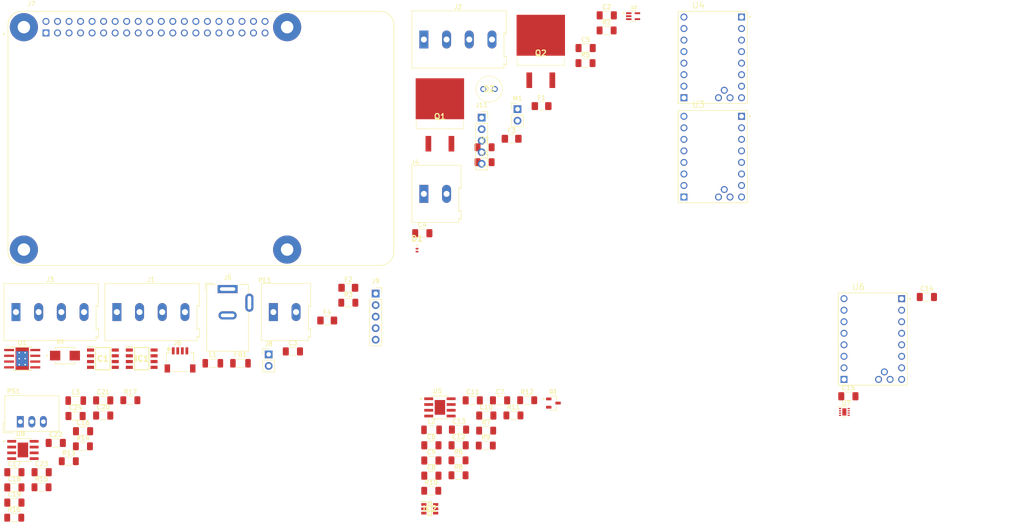
<source format=kicad_pcb>
(kicad_pcb (version 20211014) (generator pcbnew)
  (title_block (title "WaterQualityMonitor PI-HAT") (date "2022-09-13") (rev "1.0") (company "HAN") (comment 1 "Casper R. Tak"))
  (layers (0 "F.Cu" signal) (31 "B.Cu" signal) (34 "B.Paste" user) (35 "F.Paste" user) (36 "B.SilkS" user "B.Silkscreen") (37 "F.SilkS" user "F.Silkscreen") (38 "B.Mask" user) (39 "F.Mask" user) (44 "Edge.Cuts" user))
  (net 0 "")
  (net 1 "5V")
  (net 2 "GND")
  (net 3 "Net-(C2-Pad2)")
  (net 4 "Net-(C4-Pad1)")
  (net 5 "Net-(C5-Pad1)")
  (net 6 "12V+")
  (net 7 "Net-(C9-Pad1)")
  (net 8 "Net-(C9-Pad2)")
  (net 9 "Net-(C10-Pad1)")
  (net 10 "Net-(C10-Pad2)")
  (net 11 "Net-(C11-Pad2)")
  (net 12 "3.3V")
  (net 13 "Net-(C19-Pad1)")
  (net 14 "Net-(C19-Pad2)")
  (net 15 "Net-(C20-Pad1)")
  (net 16 "Net-(C20-Pad2)")
  (net 17 "Net-(F1-Pad2)")
  (net 18 "Net-(F3-Pad2)")
  (net 19 "12VIN")
  (net 20 "SDA")
  (net 21 "Net-(IC1-Pad2)")
  (net 22 "Net-(IC1-Pad5)")
  (net 23 "SCL")
  (net 24 "Net-(IC2-Pad1)")
  (net 25 "Net-(IC2-Pad4)")
  (net 26 "5VRPI")
  (net 27 "/FluidMotors/OA1MAIN")
  (net 28 "/FluidMotors/OA2MAIN")
  (net 29 "/FluidMotors/OB1MAIN")
  (net 30 "/FluidMotors/OB2MAIN")
  (net 31 "/FluidMotors/OA1SEC")
  (net 32 "/FluidMotors/OA2SEC")
  (net 33 "/FluidMotors/OB1SEC")
  (net 34 "/FluidMotors/OB2SEC")
  (net 35 "/FocusMotors/OA1FOCUS")
  (net 36 "/FocusMotors/OA2FOCUS")
  (net 37 "/FocusMotors/OB1FOCUS")
  (net 38 "/FocusMotors/OB2FOCUS")
  (net 39 "/FocusMotors/out1")
  (net 40 "/FocusMotors/out2")
  (net 43 "Net-(J7-Pad8)")
  (net 44 "Net-(J7-Pad10)")
  (net 45 "CTRLLED")
  (net 46 "Net-(J11-Pad1)")
  (net 47 "Net-(J11-Pad5)")
  (net 49 "Net-(J7-Pad19)")
  (net 50 "Net-(J7-Pad21)")
  (net 51 "Net-(J7-Pad23)")
  (net 52 "Net-(J11-Pad4)")
  (net 53 "Net-(J11-Pad3)")
  (net 54 "Net-(J11-Pad2)")
  (net 55 "Net-(J7-Pad24)")
  (net 56 "Net-(J7-Pad26)")
  (net 59 "DIRFOCUS")
  (net 60 "STEPFOCUS")
  (net 61 "PHADRV")
  (net 62 "STEPSEC")
  (net 63 "ENDRV")
  (net 64 "DIRSEC")
  (net 65 "DIRMAIN")
  (net 66 "STEPMAIN")
  (net 67 "Net-(D1-PadA)")
  (net 68 "Net-(M1-Pad1)")
  (net 69 "Net-(PE1-Pad1)")
  (net 70 "Net-(PE1-Pad2)")
  (net 71 "CTRLFAN")
  (net 72 "CTRLHEAT")
  (net 73 "Net-(Q2-Pad2)")
  (net 74 "Net-(R1-Pad2)")
  (net 75 "Net-(D2-PadK)")
  (net 76 "Net-(R6-Pad1)")
  (net 77 "Net-(R8-Pad2)")
  (net 78 "Net-(R10-Pad2)")
  (net 79 "Net-(R13-Pad1)")
  (net 80 "Net-(R14-Pad2)")
  (net 81 "Net-(R16-Pad2)")
  (net 82 "IN2")
  (net 83 "IN1")
  (net 88 "/FluidMotors/DIAGMAIN")
  (net 94 "/FluidMotors/DIAGSEC")
  (net 100 "/FocusMotors/DIAGFOCUS")
  (footprint "Footprints:TMC2208_SILENTSTEPSTICK" (layer "F.Cu") (at 204.46 47.22)
    (fp_text reference "U4" (at -3.155 -11.489) (layer "F.SilkS") (effects (font (size 1.4 1.4))))
    (fp_text value "TMC2208_SILENTSTEPSTICK")
    (pad "JP1_1" thru_hole rect (at 6.35 -8.89) (size 1.524 1.524) (drill 1.016) (layers *.Cu *.Mask) (net 64 "DIRSEC"))
    (pad "JP1_2" thru_hole circle (at 6.35 -6.35) (size 1.524 1.524) (drill 1.016) (layers *.Cu *.Mask) (net 62 "STEPSEC"))
    (pad "JP1_3" thru_hole circle (at 6.35 -3.81) (size 1.524 1.524) (drill 1.016) (layers *.Cu *.Mask))
    (pad "JP1_4" thru_hole circle (at 6.35 -1.27) (size 1.524 1.524) (drill 1.016) (layers *.Cu *.Mask))
    (pad "JP1_5" thru_hole circle (at 6.35 1.27) (size 1.524 1.524) (drill 1.016) (layers *.Cu *.Mask))
    (pad "JP1_6" thru_hole circle (at 6.35 3.81) (size 1.524 1.524) (drill 1.016) (layers *.Cu *.Mask))
    (pad "JP1_7" thru_hole circle (at 6.35 6.35) (size 1.524 1.524) (drill 1.016) (layers *.Cu *.Mask))
    (pad "JP1_8" thru_hole circle (at 6.35 8.89) (size 1.524 1.524) (drill 1.016) (layers *.Cu *.Mask) (net 2 "GND"))
    (pad "JP2_1" thru_hole rect (at -6.35 8.89) (size 1.524 1.524) (drill 1.016) (layers *.Cu *.Mask) (net 6 "12V+"))
    (pad "JP2_2" thru_hole circle (at -6.35 6.35) (size 1.524 1.524) (drill 1.016) (layers *.Cu *.Mask) (net 2 "GND"))
    (pad "JP2_3" thru_hole circle (at -6.35 3.81) (size 1.524 1.524) (drill 1.016) (layers *.Cu *.Mask) (net 32 "/FluidMotors/OA2SEC"))
    (pad "JP2_4" thru_hole circle (at -6.35 1.27) (size 1.524 1.524) (drill 1.016) (layers *.Cu *.Mask) (net 31 "/FluidMotors/OA1SEC"))
    (pad "JP2_5" thru_hole circle (at -6.35 -1.27) (size 1.524 1.524) (drill 1.016) (layers *.Cu *.Mask) (net 33 "/FluidMotors/OB1SEC"))
    (pad "JP2_6" thru_hole circle (at -6.35 -3.81) (size 1.524 1.524) (drill 1.016) (layers *.Cu *.Mask) (net 34 "/FluidMotors/OB2SEC"))
    (pad "JP2_7" thru_hole circle (at -6.35 -6.35) (size 1.524 1.524) (drill 1.016) (layers *.Cu *.Mask) (net 12 "3.3V"))
    (pad "JP2_8" thru_hole circle (at -6.35 -8.89) (size 1.524 1.524) (drill 1.016) (layers *.Cu *.Mask) (net 2 "GND"))
    (pad "JP3_1" thru_hole circle (at 1.27 8.89) (size 1.524 1.524) (drill 1.016) (layers *.Cu *.Mask) (net 94 "/FluidMotors/DIAGSEC"))
    (pad "JP3_2" thru_hole circle (at 3.81 8.89) (size 1.524 1.524) (drill 1.016) (layers *.Cu *.Mask))
    (pad "VREF" thru_hole circle (at 2.54 7.239) (size 1.524 1.524) (drill 1.016) (layers *.Cu *.Mask) (net 12 "3.3V"))
  )
  (footprint "Capacitor_SMD:C_1206_3216Metric_Pad1.33x1.80mm_HandSolder" (layer "F.Cu") (at 59.72 132.16)
    (fp_text reference "C22" (at 0 -1.85) (layer "F.SilkS"))
    (fp_text value "22u 10V")
    (pad "1" smd roundrect (at -1.5625 0) (size 1.325 1.8) (layers "F.Cu" "F.Paste" "F.Mask") (roundrect_rratio 0.1886792453) (net 2 "GND"))
    (pad "2" smd roundrect (at 1.5625 0) (size 1.325 1.8) (layers "F.Cu" "F.Paste" "F.Mask") (roundrect_rratio 0.1886792453) (net 1 "5V"))
  )
  (footprint "SmacSYs:IRL540SPBF" (layer "F.Cu") (at 166.579 37.835)
    (fp_text reference "Q2" (at 0 8.462) (layer "F.SilkS") (effects (font (size 1.27 1.27) (thickness 0.254))))
    (fp_text value "IRL540SPBF" hide)
    (pad "1" smd rect locked (at -2.54 14.415) (size 1.257 3.429) (layers "F.Cu" "F.Paste" "F.Mask") (net 72 "CTRLHEAT"))
    (pad "2" smd rect locked (at 0 4.509 90) (size 9.017 10.668) (layers "F.Cu" "F.Paste" "F.Mask") (net 73 "Net-(Q2-Pad2)"))
    (pad "3" smd rect locked (at 2.54 14.415) (size 1.257 3.429) (layers "F.Cu" "F.Paste" "F.Mask") (net 2 "GND"))
  )
  (footprint "Package_SO:Texas_HTSOP-8-1EP_3.9x4.9mm_P1.27mm_EP2.95x4.9mm_Mask2.4x3.1mm_ThermalVias" (layer "F.Cu") (at 52.32 113.6)
    (fp_text reference "U1" (at 0 -3.5) (layer "F.SilkS"))
    (fp_text value "DRV8870DDA")
    (pad "1" smd rect (at -2.875 -1.905) (size 2.2 0.5) (layers "F.Cu" "F.Paste" "F.Mask") (net 2 "GND"))
    (pad "2" smd rect (at -2.875 -0.635) (size 2.2 0.5) (layers "F.Cu" "F.Paste" "F.Mask") (net 82 "IN2"))
    (pad "3" smd rect (at -2.875 0.635) (size 2.2 0.5) (layers "F.Cu" "F.Paste" "F.Mask") (net 83 "IN1"))
    (pad "4" smd rect (at -2.875 1.905) (size 2.2 0.5) (layers "F.Cu" "F.Paste" "F.Mask") (net 12 "3.3V"))
    (pad "5" smd rect (at 2.875 1.905) (size 2.2 0.5) (layers "F.Cu" "F.Paste" "F.Mask") (net 3 "Net-(C2-Pad2)"))
    (pad "6" smd rect (at 2.875 0.635) (size 2.2 0.5) (layers "F.Cu" "F.Paste" "F.Mask") (net 70 "Net-(PE1-Pad2)"))
    (pad "7" smd rect (at 2.875 -0.635) (size 2.2 0.5) (layers "F.Cu" "F.Paste" "F.Mask") (net 74 "Net-(R1-Pad2)"))
    (pad "8" smd rect (at 2.875 -1.905) (size 2.2 0.5) (layers "F.Cu" "F.Paste" "F.Mask") (net 69 "Net-(PE1-Pad1)"))
    (pad "9" thru_hole circle (at -0.65 1.3) (size 0.63 0.63) (drill 0.33) (layers *.Cu *.Mask) (net 2 "GND"))
    (pad "9" thru_hole circle (at -0.65 -1.3) (size 0.63 0.63) (drill 0.33) (layers *.Cu *.Mask) (net 2 "GND"))
    (pad "9" thru_hole circle (at 0.65 0) (size 0.63 0.63) (drill 0.33) (layers *.Cu *.Mask) (net 2 "GND"))
    (pad "9" thru_hole circle (at -0.65 0) (size 0.63 0.63) (drill 0.33) (layers *.Cu *.Mask) (net 2 "GND"))
    (pad "9" smd rect (at 0 0) (size 2.6 3.3) (layers "B.Cu") (net 2 "GND"))
    (pad "9" thru_hole circle (at 0.65 -1.3) (size 0.63 0.63) (drill 0.33) (layers *.Cu *.Mask) (net 2 "GND"))
    (pad "9" smd rect (at 0 0) (size 2.95 4.9) (layers "F.Cu") (net 2 "GND"))
    (pad "9" thru_hole circle (at 0.65 1.3) (size 0.63 0.63) (drill 0.33) (layers *.Cu *.Mask) (net 2 "GND"))
  )
  (footprint "Capacitor_SMD:C_1206_3216Metric_Pad1.33x1.80mm_HandSolder" (layer "F.Cu") (at 64.08 126.23)
    (fp_text reference "C24" (at 0 -1.85) (layer "F.SilkS"))
    (fp_text value "100n")
    (pad "1" smd roundrect (at -1.5625 0) (size 1.325 1.8) (layers "F.Cu" "F.Paste" "F.Mask") (roundrect_rratio 0.1886792453) (net 1 "5V"))
    (pad "2" smd roundrect (at 1.5625 0) (size 1.325 1.8) (layers "F.Cu" "F.Paste" "F.Mask") (roundrect_rratio 0.1886792453) (net 2 "GND"))
  )
  (footprint "Resistor_SMD:R_1206_3216Metric_Pad1.30x1.75mm_HandSolder" (layer "F.Cu") (at 62.59 136.19)
    (fp_text reference "R13" (at 0 -1.82) (layer "F.SilkS"))
    (fp_text value "178k")
    (pad "1" smd roundrect (at -1.55 0) (size 1.3 1.75) (layers "F.Cu" "F.Paste" "F.Mask") (roundrect_rratio 0.1923076923) (net 79 "Net-(R13-Pad1)"))
    (pad "2" smd roundrect (at 1.55 0) (size 1.3 1.75) (layers "F.Cu" "F.Paste" "F.Mask") (roundrect_rratio 0.1923076923) (net 2 "GND"))
  )
  (footprint "TerminalBlock:TerminalBlock_Altech_AK300-4_P5.00mm" (layer "F.Cu") (at 50.95 103.33)
    (fp_text reference "J3" (at 7.5 -7.15) (layer "F.SilkS"))
    (fp_text value "Screw_Terminal_01x04")
    (pad "1" thru_hole rect (at 0 0) (size 1.98 3.96) (drill 1.32) (layers *.Cu *.Mask) (net 35 "/FocusMotors/OA1FOCUS"))
    (pad "2" thru_hole oval (at 5 0) (size 1.98 3.96) (drill 1.32) (layers *.Cu *.Mask) (net 36 "/FocusMotors/OA2FOCUS"))
    (pad "3" thru_hole oval (at 10 0) (size 1.98 3.96) (drill 1.32) (layers *.Cu *.Mask) (net 37 "/FocusMotors/OB1FOCUS"))
    (pad "4" thru_hole oval (at 15 0) (size 1.98 3.96) (drill 1.32) (layers *.Cu *.Mask) (net 38 "/FocusMotors/OB2FOCUS"))
  )
  (footprint "Capacitor_SMD:C_1206_3216Metric_Pad1.33x1.80mm_HandSolder" (layer "F.Cu") (at 251.64 100.01)
    (fp_text reference "C14" (at 0 -1.85) (layer "F.SilkS"))
    (fp_text value "0.1uF")
    (pad "1" smd roundrect (at -1.5625 0) (size 1.325 1.8) (layers "F.Cu" "F.Paste" "F.Mask") (roundrect_rratio 0.1886792453) (net 2 "GND"))
    (pad "2" smd roundrect (at 1.5625 0) (size 1.325 1.8) (layers "F.Cu" "F.Paste" "F.Mask") (roundrect_rratio 0.1886792453) (net 12 "3.3V"))
  )
  (footprint "Connector_PinSocket_2.54mm:PinSocket_1x05_P2.54mm_Vertical" (layer "F.Cu") (at 130.2 99.26)
    (fp_text reference "J9" (at 0 -2.77) (layer "F.SilkS"))
    (fp_text value "Conn_01x05_Male")
    (pad "1" thru_hole rect (at 0 0) (size 1.7 1.7) (drill 1) (layers *.Cu *.Mask) (net 56 "Net-(J7-Pad26)"))
    (pad "2" thru_hole oval (at 0 2.54) (size 1.7 1.7) (drill 1) (layers *.Cu *.Mask) (net 55 "Net-(J7-Pad24)"))
    (pad "3" thru_hole oval (at 0 5.08) (size 1.7 1.7) (drill 1) (layers *.Cu *.Mask) (net 49 "Net-(J7-Pad19)"))
    (pad "4" thru_hole oval (at 0 7.62) (size 1.7 1.7) (drill 1) (layers *.Cu *.Mask) (net 50 "Net-(J7-Pad21)"))
    (pad "5" thru_hole oval (at 0 10.16) (size 1.7 1.7) (drill 1) (layers *.Cu *.Mask) (net 51 "Net-(J7-Pad23)"))
  )
  (footprint "Snapeda:SOT91P240X110-3N_DMG2305UX-7" (layer "F.Cu") (at 169.355 123.38)
    (fp_text reference "Q3" (at -0.13 -2.548) (layer "F.SilkS") (effects (font (size 0.8 0.8))))
    (fp_text value "DMG2305UX-7")
    (pad "1" smd roundrect locked (at -1.025 -0.915) (size 1.18 0.61) (layers "F.Cu" "F.Paste" "F.Mask") (roundrect_rratio 0.08) (net 25 "Net-(IC2-Pad4)"))
    (pad "2" smd roundrect locked (at -1.025 0.915) (size 1.18 0.61) (layers "F.Cu" "F.Paste" "F.Mask") (roundrect_rratio 0.08) (net 26 "5VRPI"))
    (pad "3" smd roundrect locked (at 1.025 0) (size 1.18 0.61) (layers "F.Cu" "F.Paste" "F.Mask") (roundrect_rratio 0.08) (net 11 "Net-(C11-Pad2)"))
  )
  (footprint "Snapeda:SOIC127P599X175-9N" (layer "F.Cu") (at 144.355 124.33125)
    (fp_text reference "U5" (at -0.53 -3.587) (layer "F.SilkS"))
    (fp_text value "RT7272AGSP")
    (pad "1" smd roundrect locked (at -2.47 -1.905) (size 1.97 0.6) (layers "F.Cu" "F.Paste" "F.Mask") (roundrect_rratio 0.07) (net 10 "Net-(C10-Pad2)"))
    (pad "2" smd roundrect locked (at -2.47 -0.635) (size 1.97 0.6) (layers "F.Cu" "F.Paste" "F.Mask") (roundrect_rratio 0.07) (net 9 "Net-(C10-Pad1)"))
    (pad "3" smd roundrect locked (at -2.47 0.635) (size 1.97 0.6) (layers "F.Cu" "F.Paste" "F.Mask") (roundrect_rratio 0.07) (net 78 "Net-(R10-Pad2)"))
    (pad "4" smd roundrect locked (at -2.47 1.905) (size 1.97 0.6) (layers "F.Cu" "F.Paste" "F.Mask") (roundrect_rratio 0.07) (net 2 "GND"))
    (pad "5" smd roundrect locked (at 2.47 1.905) (size 1.97 0.6) (layers "F.Cu" "F.Paste" "F.Mask") (roundrect_rratio 0.07) (net 77 "Net-(R8-Pad2)"))
    (pad "6" smd roundrect locked (at 2.47 0.635) (size 1.97 0.6) (layers "F.Cu" "F.Paste" "F.Mask") (roundrect_rratio 0.07) (net 8 "Net-(C9-Pad2)"))
    (pad "7" smd roundrect locked (at 2.47 -0.635) (size 1.97 0.6) (layers "F.Cu" "F.Paste" "F.Mask") (roundrect_rratio 0.07) (net 76 "Net-(R6-Pad1)"))
    (pad "8" smd roundrect locked (at 2.47 -1.905) (size 1.97 0.6) (layers "F.Cu" "F.Paste" "F.Mask") (roundrect_rratio 0.07) (net 6 "12V+"))
    (pad "9" smd rect locked (at 0 0) (size 2.3 3.25) (layers "F.Cu" "F.Mask") (net 2 "GND"))
  )
  (footprint "Fuse:Fuse_1206_3216Metric_Pad1.42x1.75mm_HandSolder" (layer "F.Cu") (at 119.52 105.18)
    (fp_text reference "F4" (at 0 -1.82) (layer "F.SilkS"))
    (fp_text value "10A")
    (pad "1" smd roundrect (at -1.4875 0) (size 1.425 1.75) (layers "F.Cu" "F.Paste" "F.Mask") (roundrect_rratio 0.1754392982) (net 19 "12VIN"))
    (pad "2" smd roundrect (at 1.4875 0) (size 1.425 1.75) (layers "F.Cu" "F.Paste" "F.Mask") (roundrect_rratio 0.1754392982) (net 5 "Net-(C5-Pad1)"))
  )
  (footprint "Capacitor_SMD:C_1206_3216Metric_Pad1.33x1.80mm_HandSolder" (layer "F.Cu") (at 181.11 37.96)
    (fp_text reference "C2" (at 0 -1.85) (layer "F.SilkS"))
    (fp_text value "0.1uF")
    (pad "1" smd roundrect (at -1.5625 0) (size 1.325 1.8) (layers "F.Cu" "F.Paste" "F.Mask") (roundrect_rratio 0.1886792453) (net 2 "GND"))
    (pad "2" smd roundrect (at 1.5625 0) (size 1.325 1.8) (layers "F.Cu" "F.Paste" "F.Mask") (roundrect_rratio 0.1886792453) (net 3 "Net-(C2-Pad2)"))
  )
  (footprint "Inductor_SMD:L_1206_3216Metric_Pad1.22x1.90mm_HandSolder" (layer "F.Cu") (at 64.12 122.83)
    (fp_text reference "L3" (at 0 -1.9) (layer "F.SilkS"))
    (fp_text value "15u")
    (pad "1" smd roundrect (at -1.6625 0) (size 1.225 1.9) (layers "F.Cu" "F.Paste" "F.Mask") (roundrect_rratio 0.2040816327) (net 16 "Net-(C20-Pad2)"))
    (pad "2" smd roundrect (at 1.6625 0) (size 1.225 1.9) (layers "F.Cu" "F.Paste" "F.Mask") (roundrect_rratio 0.2040816327) (net 1 "5V"))
  )
  (footprint "Snapeda:SOT65P210X110-5N" (layer "F.Cu") (at 186.915 38.14)
    (fp_text reference "U2" (at 0.232 -1.9064) (layer "F.SilkS") (effects (font (size 0.64 0.64))))
    (fp_text value "TPS61169DCKR")
    (pad "1" smd roundrect locked (at -0.96 -0.65) (size 1.19 0.4) (layers "F.Cu" "F.Paste" "F.Mask") (roundrect_rratio 0.05) (net 67 "Net-(D1-PadA)"))
    (pad "2" smd roundrect locked (at -0.96 0) (size 1.19 0.4) (layers "F.Cu" "F.Paste" "F.Mask") (roundrect_rratio 0.05) (net 2 "GND"))
    (pad "3" smd roundrect locked (at -0.96 0.65) (size 1.19 0.4) (layers "F.Cu" "F.Paste" "F.Mask") (roundrect_rratio 0.05) (net 75 "Net-(D2-PadK)"))
    (pad "4" smd roundrect locked (at 0.96 0.65) (size 1.19 0.4) (layers "F.Cu" "F.Paste" "F.Mask") (roundrect_rratio 0.05) (net 45 "CTRLLED"))
    (pad "5" smd roundrect locked (at 0.96 -0.65) (size 1.19 0.4) (layers "F.Cu" "F.Paste" "F.Mask") (roundrect_rratio 0.05) (net 1 "5V"))
  )
  (footprint "Converter_DCDC:Converter_DCDC_TRACO_TSR-1_THT" (layer "F.Cu") (at 51.905 127.48)
    (fp_text reference "PS1" (at -1.5 -6.71) (layer "F.SilkS"))
    (fp_text value "TSR_2-2433")
    (pad "1" thru_hole rect (at 0 0) (size 1.5 2.5) (drill 1) (layers *.Cu *.Mask) (net 1 "5V"))
    (pad "2" thru_hole oval (at 2.54 0) (size 1.5 2.5) (drill 1) (layers *.Cu *.Mask) (net 2 "GND"))
    (pad "3" thru_hole oval (at 5.08 0) (size 1.5 2.5) (drill 1) (layers *.Cu *.Mask) (net 12 "3.3V"))
  )
  (footprint "Fuse:Fuse_1206_3216Metric_Pad1.42x1.75mm_HandSolder" (layer "F.Cu") (at 166.75 57.95)
    (fp_text reference "F1" (at 0 -1.82) (layer "F.SilkS"))
    (fp_text value "0.5A")
    (pad "1" smd roundrect (at -1.4875 0) (size 1.425 1.75) (layers "F.Cu" "F.Paste" "F.Mask") (roundrect_rratio 0.1754392982) (net 6 "12V+"))
    (pad "2" smd roundrect (at 1.4875 0) (size 1.425 1.75) (layers "F.Cu" "F.Paste" "F.Mask") (roundrect_rratio 0.1754392982) (net 17 "Net-(F1-Pad2)"))
  )
  (footprint "Resistor_SMD:R_1206_3216Metric_Pad1.30x1.75mm_HandSolder" (layer "F.Cu") (at 154.54 129.45)
    (fp_text reference "R7" (at 0 -1.82) (layer "F.SilkS"))
    (fp_text value "24k")
    (pad "1" smd roundrect (at -1.55 0) (size 1.3 1.75) (layers "F.Cu" "F.Paste" "F.Mask") (roundrect_rratio 0.1923076923) (net 7 "Net-(C9-Pad1)"))
    (pad "2" smd roundrect (at 1.55 0) (size 1.3 1.75) (layers "F.Cu" "F.Paste" "F.Mask") (roundrect_rratio 0.1923076923) (net 2 "GND"))
  )
  (footprint "Connector_PinSocket_2.54mm:PinSocket_1x05_P2.54mm_Vertical" (layer "F.Cu") (at 153.55 60.5)
    (fp_text reference "J11" (at 0 -2.77) (layer "F.SilkS"))
    (fp_text value "Conn_01x05_Male")
    (pad "1" thru_hole rect (at 0 0) (size 1.7 1.7) (drill 1) (layers *.Cu *.Mask) (net 46 "Net-(J11-Pad1)"))
    (pad "2" thru_hole oval (at 0 2.54) (size 1.7 1.7) (drill 1) (layers *.Cu *.Mask) (net 54 "Net-(J11-Pad2)"))
    (pad "3" thru_hole oval (at 0 5.08) (size 1.7 1.7) (drill 1) (layers *.Cu *.Mask) (net 53 "Net-(J11-Pad3)"))
    (pad "4" thru_hole oval (at 0 7.62) (size 1.7 1.7) (drill 1) (layers *.Cu *.Mask) (net 52 "Net-(J11-Pad4)"))
    (pad "5" thru_hole oval (at 0 10.16) (size 1.7 1.7) (drill 1) (layers *.Cu *.Mask) (net 47 "Net-(J11-Pad5)"))
  )
  (footprint "Resistor_SMD:R_1206_3216Metric_Pad1.30x1.75mm_HandSolder" (layer "F.Cu") (at 50.57 148.63)
    (fp_text reference "R16" (at 0 -1.82) (layer "F.SilkS"))
    (fp_text value "10k")
    (pad "1" smd roundrect (at -1.55 0) (size 1.3 1.75) (layers "F.Cu" "F.Paste" "F.Mask") (roundrect_rratio 0.1923076923) (net 1 "5V"))
    (pad "2" smd roundrect (at 1.55 0) (size 1.3 1.75) (layers "F.Cu" "F.Paste" "F.Mask") (roundrect_rratio 0.1923076923) (net 81 "Net-(R16-Pad2)"))
  )
  (footprint "Capacitor_SMD:C_1206_3216Metric_Pad1.33x1.80mm_HandSolder" (layer "F.Cu") (at 142.47 136.03)
    (fp_text reference "C9" (at 0 -1.85) (layer "F.SilkS"))
    (fp_text value "2.7n")
    (pad "1" smd roundrect (at -1.5625 0) (size 1.325 1.8) (layers "F.Cu" "F.Paste" "F.Mask") (roundrect_rratio 0.1886792453) (net 7 "Net-(C9-Pad1)"))
    (pad "2" smd roundrect (at 1.5625 0) (size 1.325 1.8) (layers "F.Cu" "F.Paste" "F.Mask") (roundrect_rratio 0.1886792453) (net 8 "Net-(C9-Pad2)"))
  )
  (footprint "Resistor_SMD:R_1206_3216Metric_Pad1.30x1.75mm_HandSolder" (layer "F.Cu") (at 176.43 48.48)
    (fp_text reference "R5" (at 0 -1.82) (layer "F.SilkS"))
    (fp_text value "10K")
    (pad "1" smd roundrect (at -1.55 0) (size 1.3 1.75) (layers "F.Cu" "F.Paste" "F.Mask") (roundrect_rratio 0.1923076923) (net 23 "SCL"))
    (pad "2" smd roundrect (at 1.55 0) (size 1.3 1.75) (layers "F.Cu" "F.Paste" "F.Mask") (roundrect_rratio 0.1923076923) (net 12 "3.3V"))
  )
  (footprint "Capacitor_SMD:C_1206_3216Metric_Pad1.33x1.80mm_HandSolder" (layer "F.Cu") (at 140.47 85.96)
    (fp_text reference "C4" (at 0 -1.85) (layer "F.SilkS"))
    (fp_text value "4.7uF")
    (pad "1" smd roundrect (at -1.5625 0) (size 1.325 1.8) (layers "F.Cu" "F.Paste" "F.Mask") (roundrect_rratio 0.1886792453) (net 4 "Net-(C4-Pad1)"))
    (pad "2" smd roundrect (at 1.5625 0) (size 1.325 1.8) (layers "F.Cu" "F.Paste" "F.Mask") (roundrect_rratio 0.1886792453) (net 2 "GND"))
  )
  (footprint "Capacitor_SMD:C_1206_3216Metric_Pad1.33x1.80mm_HandSolder" (layer "F.Cu") (at 70.17 122.78)
    (fp_text reference "C21" (at 0 -1.85) (layer "F.SilkS"))
    (fp_text value "22u 10V")
    (pad "1" smd roundrect (at -1.5625 0) (size 1.325 1.8) (layers "F.Cu" "F.Paste" "F.Mask") (roundrect_rratio 0.1886792453) (net 2 "GND"))
    (pad "2" smd roundrect (at 1.5625 0) (size 1.325 1.8) (layers "F.Cu" "F.Paste" "F.Mask") (roundrect_rratio 0.1886792453) (net 1 "5V"))
  )
  (footprint "Resistor_SMD:R_1206_3216Metric_Pad1.30x1.75mm_HandSolder" (layer "F.Cu") (at 124.17 101.27)
    (fp_text reference "R3" (at 0 -1.82) (layer "F.SilkS"))
    (fp_text value "1.20KOHM-0603-1_10W-1%")
    (pad "1" smd roundrect (at -1.55 0) (size 1.3 1.75) (layers "F.Cu" "F.Paste" "F.Mask") (roundrect_rratio 0.1923076923) (net 73 "Net-(Q2-Pad2)"))
    (pad "2" smd roundrect (at 1.55 0) (size 1.3 1.75) (layers "F.Cu" "F.Paste" "F.Mask") (roundrect_rratio 0.1923076923) (net 18 "Net-(F3-Pad2)"))
  )
  (footprint "Snapeda:MODULE_RASPBERRY_PI_3_MODEL_B+" (layer "F.Cu") (at 91.695 65.06)
    (fp_text reference "J7" (at -37.325 -29.635) (layer "F.SilkS"))
    (fp_text value "RASPBERRYPI-40-PIN-GPIO")
    (pad "1" thru_hole rect locked (at -34.13 -23.23) (size 1.524 1.524) (drill 1.016) (layers *.Cu *.Mask))
    (pad "2" thru_hole circle locked (at -34.13 -25.77) (size 1.524 1.524) (drill 1.016) (layers *.Cu *.Mask) (net 26 "5VRPI"))
    (pad "3" thru_hole circle locked (at -31.59 -23.23) (size 1.524 1.524) (drill 1.016) (layers *.Cu *.Mask) (net 20 "SDA"))
    (pad "4" thru_hole circle locked (at -31.59 -25.77) (size 1.524 1.524) (drill 1.016) (layers *.Cu *.Mask) (net 26 "5VRPI"))
    (pad "5" thru_hole circle locked (at -29.05 -23.23) (size 1.524 1.524) (drill 1.016) (layers *.Cu *.Mask) (net 23 "SCL"))
    (pad "6" thru_hole circle locked (at -29.05 -25.77) (size 1.524 1.524) (drill 1.016) (layers *.Cu *.Mask) (net 2 "GND"))
    (pad "7" thru_hole circle locked (at -26.51 -23.23) (size 1.524 1.524) (drill 1.016) (layers *.Cu *.Mask))
    (pad "8" thru_hole circle locked (at -26.51 -25.77) (size 1.524 1.524) (drill 1.016) (layers *.Cu *.Mask) (net 43 "Net-(J7-Pad8)"))
    (pad "9" thru_hole circle locked (at -23.97 -23.23) (size 1.524 1.524) (drill 1.016) (layers *.Cu *.Mask) (net 2 "GND"))
    (pad "10" thru_hole circle locked (at -23.97 -25.77) (size 1.524 1.524) (drill 1.016) (layers *.Cu *.Mask) (net 44 "Net-(J7-Pad10)"))
    (pad "11" thru_hole circle locked (at -21.43 -23.23) (size 1.524 1.524) (drill 1.016) (layers *.Cu *.Mask) (net 71 "CTRLFAN"))
    (pad "12" thru_hole circle locked (at -21.43 -25.77) (size 1.524 1.524) (drill 1.016) (layers *.Cu *.Mask) (net 45 "CTRLLED"))
    (pad "13" thru_hole circle locked (at -18.89 -23.23) (size 1.524 1.524) (drill 1.016) (layers *.Cu *.Mask) (net 46 "Net-(J11-Pad1)"))
    (pad "14" thru_hole circle locked (at -18.89 -25.77) (size 1.524 1.524) (drill 1.016) (layers *.Cu *.Mask) (net 2 "GND"))
    (pad "15" thru_hole circle locked (at -16.35 -23.23) (size 1.524 1.524) (drill 1.016) (layers *.Cu *.Mask) (net 47 "Net-(J11-Pad5)"))
    (pad "16" thru_hole circle locked (at -16.35 -25.77) (size 1.524 1.524) (drill 1.016) (layers *.Cu *.Mask) (net 52 "Net-(J11-Pad4)"))
    (pad "17" thru_hole circle locked (at -13.81 -23.23) (size 1.524 1.524) (drill 1.016) (layers *.Cu *.Mask))
    (pad "18" thru_hole circle locked (at -13.81 -25.77) (size 1.524 1.524) (drill 1.016) (layers *.Cu *.Mask) (net 53 "Net-(J11-Pad3)"))
    (pad "19" thru_hole circle locked (at -11.27 -23.23) (size 1.524 1.524) (drill 1.016) (layers *.Cu *.Mask) (net 49 "Net-(J7-Pad19)"))
    (pad "20" thru_hole circle locked (at -11.27 -25.77) (size 1.524 1.524) (drill 1.016) (layers *.Cu *.Mask) (net 2 "GND"))
    (pad "21" thru_hole circle locked (at -8.73 -23.23) (size 1.524 1.524) (drill 1.016) (layers *.Cu *.Mask) (net 50 "Net-(J7-Pad21)"))
    (pad "22" thru_hole circle locked (at -8.73 -25.77) (size 1.524 1.524) (drill 1.016) (layers *.Cu *.Mask) (net 54 "Net-(J11-Pad2)"))
    (pad "23" thru_hole circle locked (at -6.19 -23.23) (size 1.524 1.524) (drill 1.016) (layers *.Cu *.Mask) (net 51 "Net-(J7-Pad23)"))
    (pad "24" thru_hole circle locked (at -6.19 -25.77) (size 1.524 1.524) (drill 1.016) (layers *.Cu *.Mask) (net 55 "Net-(J7-Pad24)"))
    (pad "25" thru_hole circle locked (at -3.65 -23.23) (size 1.524 1.524) (drill 1.016) (layers *.Cu *.Mask) (net 2 "GND"))
    (pad "26" thru_hole circle locked (at -3.65 -25.77) (size 1.524 1.524) (drill 1.016) (layers *.Cu *.Mask) (net 56 "Net-(J7-Pad26)"))
    (pad "27" thru_hole circle locked (at -1.11 -23.23) (size 1.524 1.524) (drill 1.016) (layers *.Cu *.Mask))
    (pad "28" thru_hole circle locked (at -1.11 -25.77) (size 1.524 1.524) (drill 1.016) (layers *.Cu *.Mask))
    (pad "29" thru_hole circle locked (at 1.43 -23.23) (size 1.524 1.524) (drill 1.016) (layers *.Cu *.Mask) (net 59 "DIRFOCUS"))
    (pad "30" thru_hole circle locked (at 1.43 -25.77) (size 1.524 1.524) (drill 1.016) (layers *.Cu *.Mask) (net 2 "GND"))
    (pad "31" thru_hole circle locked (at 3.97 -23.23) (size 1.524 1.524) (drill 1.016) (layers *.Cu *.Mask) (net 60 "STEPFOCUS"))
    (pad "32" thru_hole circle locked (at 3.97 -25.77) (size 1.524 1.524) (drill 1.016) (layers *.Cu *.Mask) (net 63 "ENDRV"))
    (pad "33" thru_hole circle locked (at 6.51 -23.23) (size 1.524 1.524) (drill 1.016) (layers *.Cu *.Mask) (net 61 "PHADRV"))
    (pad "34" thru_hole circle locked (at 6.51 -25.77) (size 1.524 1.524) (drill 1.016) (layers *.Cu *.Mask) (net 2 "GND"))
    (pad "35" thru_hole circle locked (at 9.05 -23.23) (size 1.524 1.524) (drill 1.016) (layers *.Cu *.Mask) (net 62 "STEPSEC"))
    (pad "36" thru_hole circle locked (at 9.05 -25.77) (size 1.524 1.524) (drill 1.016) (layers *.Cu *.Mask) (net 64 "DIRSEC"))
    (pad "37" thru_hole circle locked (at 11.59 -23.23) (size 1.524 1.524) (drill 1.016) (layers *.Cu *.Mask) (net 72 "CTRLHEAT"))
    (pad "38" thru_hole circle locked (at 11.59 -25.77) (size 1.524 1.524) (drill 1.016) (layers *.Cu *.Mask) (net 65 "DIRMAIN"))
    (pad "39" thru_hole circle locked (at 14.13 -23.23) (size 1.524 1.524) (drill 1.016) (layers *.Cu *.Mask) (net 2 "GND"))
    (pad "40" thru_hole circle locked (at 14.13 -25.77) (size 1.524 1.524) (drill 1.016) (layers *.Cu *.Mask) (net 66 "STEPMAIN"))
    (pad "S1" thru_hole circle locked (at -39 -24.5) (size 6.2 6.2) (drill 2.75) (layers *.Cu *.Mask))
    (pad "S2" thru_hole circle locked (at 19 -24.5) (size 6.2 6.2) (drill 2.75) (layers *.Cu *.Mask))
    (pad "S3" thru_hole circle locked (at 19 24.5) (size 6.2 6.2) (drill 2.75) (layers *.Cu *.Mask))
    (pad "S4" thru_hole circle locked (at -39 24.5) (size 6.2 6.2) (drill 2.75) (layers *.Cu *.Mask))
  )
  (footprint "Connector_PinHeader_2.54mm:PinHeader_1x02_P2.54mm_Vertical" (layer "F.Cu") (at 161.45 58.63)
    (fp_text reference "M1" (at 0 -2.33) (layer "F.SilkS"))
    (fp_text value "Fan")
    (pad "1" thru_hole rect (at 0 0) (size 1.7 1.7) (drill 1) (layers *.Cu *.Mask) (net 68 "Net-(M1-Pad1)"))
    (pad "2" thru_hole oval (at 0 2.54) (size 1.7 1.7) (drill 1) (layers *.Cu *.Mask) (net 17 "Net-(F1-Pad2)"))
  )
  (footprint "Resistor_SMD:R_1206_3216Metric_Pad1.30x1.75mm_HandSolder" (layer "F.Cu") (at 154.46 132.74)
    (fp_text reference "R9" (at 0 -1.82) (layer "F.SilkS"))
    (fp_text value "1k87")
    (pad "1" smd roundrect (at -1.55 0) (size 1.3 1.75) (layers "F.Cu" "F.Paste" "F.Mask") (roundrect_rratio 0.1923076923) (net 77 "Net-(R8-Pad2)"))
    (pad "2" smd roundrect (at 1.55 0) (size 1.3 1.75) (layers "F.Cu" "F.Paste" "F.Mask") (roundrect_rratio 0.1923076923) (net 2 "GND"))
  )
  (footprint "SmacSYs:SOIC127P600X175-8N" (layer "F.Cu") (at 78.65 113.6)
    (fp_text reference "IC1" (at 0 0) (layer "F.SilkS") (effects (font (size 1.27 1.27) (thickness 0.254))))
    (fp_text value "P82B96TD,118" hide)
    (pad "1" smd rect locked (at -2.725 -1.905 90) (size 0.7 1.55) (layers "F.Cu" "F.Paste" "F.Mask") (net 20 "SDA"))
    (pad "2" smd rect locked (at -2.725 -0.635 90) (size 0.7 1.55) (layers "F.Cu" "F.Paste" "F.Mask") (net 21 "Net-(IC1-Pad2)"))
    (pad "3" smd rect locked (at -2.725 0.635 90) (size 0.7 1.55) (layers "F.Cu" "F.Paste" "F.Mask") (net 21 "Net-(IC1-Pad2)"))
    (pad "4" smd rect locked (at -2.725 1.905 90) (size 0.7 1.55) (layers "F.Cu" "F.Paste" "F.Mask") (net 2 "GND"))
    (pad "5" smd rect locked (at 2.725 1.905 90) (size 0.7 1.55) (layers "F.Cu" "F.Paste" "F.Mask") (net 22 "Net-(IC1-Pad5)"))
    (pad "6" smd rect locked (at 2.725 0.635 90) (size 0.7 1.55) (layers "F.Cu" "F.Paste" "F.Mask") (net 22 "Net-(IC1-Pad5)"))
    (pad "7" smd rect locked (at 2.725 -0.635 90) (size 0.7 1.55) (layers "F.Cu" "F.Paste" "F.Mask") (net 23 "SCL"))
    (pad "8" smd rect locked (at 2.725 -1.905 90) (size 0.7 1.55) (layers "F.Cu" "F.Paste" "F.Mask") (net 12 "3.3V"))
  )
  (footprint "Capacitor_SMD:C_1206_3216Metric_Pad1.33x1.80mm_HandSolder" (layer "F.Cu") (at 111.96 112)
    (fp_text reference "C3" (at 0 -1.85) (layer "F.SilkS"))
    (fp_text value "47uF")
    (pad "1" smd roundrect (at -1.5625 0) (size 1.325 1.8) (layers "F.Cu" "F.Paste" "F.Mask") (roundrect_rratio 0.1886792453) (net 2 "GND"))
    (pad "2" smd roundrect (at 1.5625 0) (size 1.325 1.8) (layers "F.Cu" "F.Paste" "F.Mask") (roundrect_rratio 0.1886792453) (net 3 "Net-(C2-Pad2)"))
  )
  (footprint "TerminalBlock:TerminalBlock_Altech_AK300-2_P5.00mm" (layer "F.Cu") (at 107.66 103.33)
    (fp_text reference "PE1" (at -1.92 -6.99) (layer "F.SilkS"))
    (fp_text value "PeltierElement")
    (pad "1" thru_hole rect (at 0 0) (size 1.98 3.96) (drill 1.32) (layers *.Cu *.Mask) (net 69 "Net-(PE1-Pad1)"))
    (pad "2" thru_hole oval (at 5 0) (size 1.98 3.96) (drill 1.32) (layers *.Cu *.Mask) (net 70 "Net-(PE1-Pad2)"))
  )
  (footprint "Connector_BarrelJack:BarrelJack_Wuerth_6941xx301002" (layer "F.Cu") (at 97.58 98.26)
    (fp_text reference "J5" (at 0 -2.5) (layer "F.SilkS"))
    (fp_text value "Jack-DC 12V+")
    (pad "1" thru_hole rect (at 0 0) (size 4.4 1.8) (drill oval 3.4 0.8) (layers *.Cu *.Mask) (net 19 "12VIN"))
    (pad "2" thru_hole oval (at 0 5.8) (size 4 1.8) (drill oval 3 0.8) (layers *.Cu *.Mask) (net 2 "GND"))
    (pad "3" thru_hole oval (at 4.8 3 90) (size 4 1.8) (drill oval 3 0.8) (layers *.Cu *.Mask))
  )
  (footprint "Resistor_SMD:R_1206_3216Metric_Pad1.30x1.75mm_HandSolder" (layer "F.Cu") (at 56.58 141.93)
    (fp_text reference "R15" (at 0 -1.82) (layer "F.SilkS"))
    (fp_text value "24k")
    (pad "1" smd roundrect (at -1.55 0) (size 1.3 1.75) (layers "F.Cu" "F.Paste" "F.Mask") (roundrect_rratio 0.1923076923) (net 13 "Net-(C19-Pad1)"))
    (pad "2" smd roundrect (at 1.55 0) (size 1.3 1.75) (layers "F.Cu" "F.Paste" "F.Mask") (roundrect_rratio 0.1923076923) (net 2 "GND"))
  )
  (footprint "Capacitor_SMD:C_1206_3216Metric_Pad1.33x1.80mm_HandSolder" (layer "F.Cu") (at 50.6 145.31)
    (fp_text reference "C19" (at 0 -1.85) (layer "F.SilkS"))
    (fp_text value "2.7n")
    (pad "1" smd roundrect (at -1.5625 0) (size 1.325 1.8) (layers "F.Cu" "F.Paste" "F.Mask") (roundrect_rratio 0.1886792453) (net 13 "Net-(C19-Pad1)"))
    (pad "2" smd roundrect (at 1.5625 0) (size 1.325 1.8) (layers "F.Cu" "F.Paste" "F.Mask") (roundrect_rratio 0.1886792453) (net 14 "Net-(C19-Pad2)"))
  )
  (footprint "Footprints:TMC2208_SILENTSTEPSTICK" (layer "F.Cu") (at 239.73 109.27)
    (fp_text reference "U6" (at -3.155 -11.489) (layer "F.SilkS") (effects (font (size 1.4 1.4))))
    (fp_text value "TMC2208_SILENTSTEPSTICK")
    (pad "JP1_1" thru_hole rect (at 6.35 -8.89) (size 1.524 1.524) (drill 1.016) (layers *.Cu *.Mask) (net 59 "DIRFOCUS"))
    (pad "JP1_2" thru_hole circle (at 6.35 -6.35) (size 1.524 1.524) (drill 1.016) (layers *.Cu *.Mask) (net 60 "STEPFOCUS"))
    (pad "JP1_3" thru_hole circle (at 6.35 -3.81) (size 1.524 1.524) (drill 1.016) (layers *.Cu *.Mask))
    (pad "JP1_4" thru_hole circle (at 6.35 -1.27) (size 1.524 1.524) (drill 1.016) (layers *.Cu *.Mask))
    (pad "JP1_5" thru_hole circle (at 6.35 1.27) (size 1.524 1.524) (drill 1.016) (layers *.Cu *.Mask))
    (pad "JP1_6" thru_hole circle (at 6.35 3.81) (size 1.524 1.524) (drill 1.016) (layers *.Cu *.Mask))
    (pad "JP1_7" thru_hole circle (at 6.35 6.35) (size 1.524 1.524) (drill 1.016) (layers *.Cu *.Mask))
    (pad "JP1_8" thru_hole circle (at 6.35 8.89) (size 1.524 1.524) (drill 1.016) (layers *.Cu *.Mask) (net 2 "GND"))
    (pad "JP2_1" thru_hole rect (at -6.35 8.89) (size 1.524 1.524) (drill 1.016) (layers *.Cu *.Mask) (net 6 "12V+"))
    (pad "JP2_2" thru_hole circle (at -6.35 6.35) (size 1.524 1.524) (drill 1.016) (layers *.Cu *.Mask) (net 2 "GND"))
    (pad "JP2_3" thru_hole circle (at -6.35 3.81) (size 1.524 1.524) (drill 1.016) (layers *.Cu *.Mask) (net 36 "/FocusMotors/OA2FOCUS"))
    (pad "JP2_4" thru_hole circle (at -6.35 1.27) (size 1.524 1.524) (drill 1.016) (layers *.Cu *.Mask) (net 35 "/FocusMotors/OA1FOCUS"))
    (pad "JP2_5" thru_hole circle (at -6.35 -1.27) (size 1.524 1.524) (drill 1.016) (layers *.Cu *.Mask) (net 37 "/FocusMotors/OB1FOCUS"))
    (pad "JP2_6" thru_hole circle (at -6.35 -3.81) (size 1.524 1.524) (drill 1.016) (layers *.Cu *.Mask) (net 38 "/FocusMotors/OB2FOCUS"))
    (pad "JP2_7" thru_hole circle (at -6.35 -6.35) (size 1.524 1.524) (drill 1.016) (layers *.Cu *.Mask) (net 12 "3.3V"))
    (pad "JP2_8" thru_hole circle (at -6.35 -8.89) (size 1.524 1.524) (drill 1.016) (layers *.Cu *.Mask) (net 2 "GND"))
    (pad "JP3_1" thru_hole circle (at 1.27 8.89) (size 1.524 1.524) (drill 1.016) (layers *.Cu *.Mask) (net 100 "/FocusMotors/DIAGFOCUS"))
    (pad "JP3_2" thru_hole circle (at 3.81 8.89) (size 1.524 1.524) (drill 1.016) (layers *.Cu *.Mask))
    (pad "VREF" thru_hole circle (at 2.54 7.239) (size 1.524 1.524) (drill 1.016) (layers *.Cu *.Mask) (net 12 "3.3V"))
  )
  (footprint "SmacSYs:SOIC127P600X175-8N" (layer "F.Cu") (at 70.1 113.6)
    (fp_text reference "C1" (at 0 0) (layer "F.SilkS") (effects (font (size 1.27 1.27) (thickness 0.254))))
    (fp_text value "10uF" hide)
    (pad "1" smd rect locked (at -2.725 -1.905 90) (size 0.7 1.55) (layers "F.Cu" "F.Paste" "F.Mask") (net 1 "5V"))
    (pad "2" smd rect locked (at -2.725 -0.635 90) (size 0.7 1.55) (layers "F.Cu" "F.Paste" "F.Mask") (net 2 "GND"))
    (pad "3" smd rect locked (at -2.725 0.635 90) (size 0.7 1.55) (layers "F.Cu" "F.Paste" "F.Mask"))
    (pad "4" smd rect locked (at -2.725 1.905 90) (size 0.7 1.55) (layers "F.Cu" "F.Paste" "F.Mask"))
    (pad "5" smd rect locked (at 2.725 1.905 90) (size 0.7 1.55) (layers "F.Cu" "F.Paste" "F.Mask"))
    (pad "6" smd rect locked (at 2.725 0.635 90) (size 0.7 1.55) (layers "F.Cu" "F.Paste" "F.Mask"))
    (pad "7" smd rect locked (at 2.725 -0.635 90) (size 0.7 1.55) (layers "F.Cu" "F.Paste" "F.Mask"))
    (pad "8" smd rect locked (at 2.725 -1.905 90) (size 0.7 1.55) (layers "F.Cu" "F.Paste" "F.Mask"))
  )
  (footprint "Fuse:Fuse_1206_3216Metric_Pad1.42x1.75mm_HandSolder" (layer "F.Cu") (at 124.17 97.98)
    (fp_text reference "F2" (at 0 -1.82) (layer "F.SilkS"))
    (fp_text value "4A")
    (pad "1" smd roundrect (at -1.4875 0) (size 1.425 1.75) (layers "F.Cu" "F.Paste" "F.Mask") (roundrect_rratio 0.1754392982) (net 6 "12V+"))
    (pad "2" smd roundrect (at 1.4875 0) (size 1.425 1.75) (layers "F.Cu" "F.Paste" "F.Mask") (roundrect_rratio 0.1754392982) (net 3 "Net-(C2-Pad2)"))
  )
  (footprint "Capacitor_SMD:C_1206_3216Metric_Pad1.33x1.80mm_HandSolder" (layer "F.Cu") (at 157.6 122.78)
    (fp_text reference "C7" (at 0 -1.85) (layer "F.SilkS"))
    (fp_text value "10u")
    (pad "1" smd roundrect (at -1.5625 0) (size 1.325 1.8) (layers "F.Cu" "F.Paste" "F.Mask") (roundrect_rratio 0.1886792453) (net 6 "12V+"))
    (pad "2" smd roundrect (at 1.5625 0) (size 1.325 1.8) (layers "F.Cu" "F.Paste" "F.Mask") (roundrect_rratio 0.1886792453) (net 2 "GND"))
  )
  (footprint "Resistor_SMD:R_1206_3216Metric_Pad1.30x1.75mm_HandSolder" (layer "F.Cu") (at 154.2 67.02)
    (fp_text reference "R1" (at 0 -1.82) (layer "F.SilkS"))
    (fp_text value "0.2")
    (pad "1" smd roundrect (at -1.55 0) (size 1.3 1.75) (layers "F.Cu" "F.Paste" "F.Mask") (roundrect_rratio 0.1923076923) (net 2 "GND"))
    (pad "2" smd roundrect (at 1.55 0) (size 1.3 1.75) (layers "F.Cu" "F.Paste" "F.Mask") (roundrect_rratio 0.1923076923) (net 74 "Net-(R1-Pad2)"))
  )
  (footprint "Capacitor_SMD:C_1206_3216Metric_Pad1.33x1.80mm_HandSolder" (layer "F.Cu") (at 234.34 121.88)
    (fp_text reference "C15" (at 0 -1.85) (layer "F.SilkS"))
    (fp_text value "0.1uF")
    (pad "1" smd roundrect (at -1.5625 0) (size 1.325 1.8) (layers "F.Cu" "F.Paste" "F.Mask") (roundrect_rratio 0.1886792453) (net 2 "GND"))
    (pad "2" smd roundrect (at 1.5625 0) (size 1.325 1.8) (layers "F.Cu" "F.Paste" "F.Mask") (roundrect_rratio 0.1886792453) (net 6 "12V+"))
  )
  (footprint "Resistor_SMD:R_1206_3216Metric_Pad1.30x1.75mm_HandSolder" (layer "F.Cu") (at 148.45 139.29)
    (fp_text reference "R8" (at 0 -1.82) (layer "F.SilkS"))
    (fp_text value "10k")
    (pad "1" smd roundrect (at -1.55 0) (size 1.3 1.75) (layers "F.Cu" "F.Paste" "F.Mask") (roundrect_rratio 0.1923076923) (net 11 "Net-(C11-Pad2)"))
    (pad "2" smd roundrect (at 1.55 0) (size 1.3 1.75) (layers "F.Cu" "F.Paste" "F.Mask") (roundrect_rratio 0.1923076923) (net 77 "Net-(R8-Pad2)"))
  )
  (footprint "Resistor_SMD:R_1206_3216Metric_Pad1.30x1.75mm_HandSolder" (layer "F.Cu") (at 160.55 126.1)
    (fp_text reference "R11" (at 0 -1.82) (layer "F.SilkS"))
    (fp_text value "10k")
    (pad "1" smd roundrect (at -1.55 0) (size 1.3 1.75) (layers "F.Cu" "F.Paste" "F.Mask") (roundrect_rratio 0.1923076923) (net 24 "Net-(IC2-Pad1)"))
    (pad "2" smd roundrect (at 1.55 0) (size 1.3 1.75) (layers "F.Cu" "F.Paste" "F.Mask") (roundrect_rratio 0.1923076923) (net 2 "GND"))
  )
  (footprint "Capacitor_SMD:C_1206_3216Metric_Pad1.33x1.80mm_HandSolder" (layer "F.Cu") (at 151.59 122.78)
    (fp_text reference "C11" (at 0 -1.85) (layer "F.SilkS"))
    (fp_text value "22u 10V")
    (pad "1" smd roundrect (at -1.5625 0) (size 1.325 1.8) (layers "F.Cu" "F.Paste" "F.Mask") (roundrect_rratio 0.1886792453) (net 2 "GND"))
    (pad "2" smd roundrect (at 1.5625 0) (size 1.325 1.8) (layers "F.Cu" "F.Paste" "F.Mask") (roundrect_rratio 0.1886792453) (net 11 "Net-(C11-Pad2)"))
  )
  (footprint "Snapeda:SOIC127P599X175-9N" (layer "F.Cu") (at 52.485 133.71125)
    (fp_text reference "U8" (at -0.53 -3.587) (layer "F.SilkS"))
    (fp_text value "RT7272AGSP")
    (pad "1" smd roundrect locked (at -2.47 -1.905) (size 1.97 0.6) (layers "F.Cu" "F.Paste" "F.Mask") (roundrect_rratio 0.07) (net 16 "Net-(C20-Pad2)"))
    (pad "2" smd roundrect locked (at -2.47 -0.635) (size 1.97 0.6) (layers "F.Cu" "F.Paste" "F.Mask") (roundrect_rratio 0.07) (net 15 "Net-(C20-Pad1)"))
    (pad "3" smd roundrect locked (at -2.47 0.635) (size 1.97 0.6) (layers "F.Cu" "F.Paste" "F.Mask") (roundrect_rratio 0.07) (net 80 "Net-(R14-Pad2)"))
    (pad "4" smd roundrect locked (at -2.47 1.905) (size 1.97 0.6) (layers "F.Cu" "F.Paste" "F.Mask") (roundrect_rratio 0.07) (net 2 "GND"))
    (pad "5" smd roundrect locked (at 2.47 1.905) (size 1.97 0.6) (layers "F.Cu" "F.Paste" "F.Mask") (roundrect_rratio 0.07) (net 81 "Net-(R16-Pad2)"))
    (pad "6" smd roundrect locked (at 2.47 0.635) (size 1.97 0.6) (layers "F.Cu" "F.Paste" "F.Mask") (roundrect_rratio 0.07) (net 14 "Net-(C19-Pad2)"))
    (pad "7" smd roundrect locked (at 2.47 -0.635) (size 1.97 0.6) (layers "F.Cu" "F.Paste" "F.Mask") (roundrect_rratio 0.07) (net 79 "Net-(R13-Pad1)"))
    (pad "8" smd roundrect locked (at 2.47 -1.905) (size 1.97 0.6) (layers "F.Cu" "F.Paste" "F.Mask") (roundrect_rratio 0.07) (net 6 "12V+"))
    (pad "9" smd rect locked (at 0 0) (size 2.3 3.25) (layers "F.Cu" "F.Mask") (net 2 "GND"))
  )
  (footprint "TerminalBlock:TerminalBlock_Altech_AK300-4_P5.00mm" (layer "F.Cu") (at 140.82 43.28)
    (fp_text reference "J2" (at 7.5 -7.15) (layer "F.SilkS"))
    (fp_text value "Screw_Terminal_01x04")
    (pad "1" thru_hole rect (at 0 0) (size 1.98 3.96) (drill 1.32) (layers *.Cu *.Mask) (net 31 "/FluidMotors/OA1SEC"))
    (pad "2" thru_hole oval (at 5 0) (size 1.98 3.96) (drill 1.32) (layers *.Cu *.Mask) (net 32 "/FluidMotors/OA2SEC"))
    (pad "3" thru_hole oval (at 10 0) (size 1.98 3.96) (drill 1.32) (layers *.Cu *.Mask) (net 33 "/FluidMotors/OB1SEC"))
    (pad "4" thru_hole oval (at 15 0) (size 1.98 3.96) (drill 1.32) (layers *.Cu *.Mask) (net 34 "/FluidMotors/OB2SEC"))
  )
  (footprint "Capacitor_SMD:C_1206_3216Metric_Pad1.33x1.80mm_HandSolder" (layer "F.Cu") (at 176.46 45.16)
    (fp_text reference "C5" (at 0 -1.85) (layer "F.SilkS"))
    (fp_text value "10u")
    (pad "1" smd roundrect (at -1.5625 0) (size 1.325 1.8) (layers "F.Cu" "F.Paste" "F.Mask") (roundrect_rratio 0.1886792453) (net 5 "Net-(C5-Pad1)"))
    (pad "2" smd roundrect (at 1.5625 0) (size 1.325 1.8) (layers "F.Cu" "F.Paste" "F.Mask") (roundrect_rratio 0.1886792453) (net 2 "GND"))
  )
  (footprint "Resistor_SMD:R_1206_3216Metric_Pad1.30x1.75mm_HandSolder" (layer "F.Cu") (at 148.45 136)
    (fp_text reference "R6" (at 0 -1.82) (layer "F.SilkS"))
    (fp_text value "178k")
    (pad "1" smd roundrect (at -1.55 0) (size 1.3 1.75) (layers "F.Cu" "F.Paste" "F.Mask") (roundrect_rratio 0.1923076923) (net 76 "Net-(R6-Pad1)"))
    (pad "2" smd roundrect (at 1.55 0) (size 1.3 1.75) (layers "F.Cu" "F.Paste" "F.Mask") (roundrect_rratio 0.1923076923) (net 2 "GND"))
  )
  (footprint "Capacitor_SMD:C_1206_3216Metric_Pad1.33x1.80mm_HandSolder" (layer "F.Cu") (at 65.73 129.58)
    (fp_text reference "C16" (at 0 -1.85) (layer "F.SilkS"))
    (fp_text value "10u")
    (pad "1" smd roundrect (at -1.5625 0) (size 1.325 1.8) (layers "F.Cu" "F.Paste" "F.Mask") (roundrect_rratio 0.1886792453) (net 6 "12V+"))
    (pad "2" smd roundrect (at 1.5625 0) (size 1.325 1.8) (layers "F.Cu" "F.Paste" "F.Mask") (roundrect_rratio 0.1886792453) (net 2 "GND"))
  )
  (footprint "TerminalBlock:TerminalBlock_Altech_AK300-4_P5.00mm" (layer "F.Cu") (at 73.18 103.33)
    (fp_text reference "J1" (at 7.5 -7.15) (layer "F.SilkS"))
    (fp_text value "Screw_Terminal_01x04")
    (pad "1" thru_hole rect (at 0 0) (size 1.98 3.96) (drill 1.32) (layers *.Cu *.Mask) (net 27 "/FluidMotors/OA1MAIN"))
    (pad "2" thru_hole oval (at 5 0) (size 1.98 3.96) (drill 1.32) (layers *.Cu *.Mask) (net 28 "/FluidMotors/OA2MAIN"))
    (pad "3" thru_hole oval (at 10 0) (size 1.98 3.96) (drill 1.32) (layers *.Cu *.Mask) (net 29 "/FluidMotors/OB1MAIN"))
    (pad "4" thru_hole oval (at 15 0) (size 1.98 3.96) (drill 1.32) (layers *.Cu *.Mask) (net 30 "/FluidMotors/OB2MAIN"))
  )
  (footprint "Resistor_SMD:R_1206_3216Metric_Pad1.30x1.75mm_HandSolder" (layer "F.Cu") (at 181.08 41.28)
    (fp_text reference "R2" (at 0 -1.82) (layer "F.SilkS"))
    (fp_text value "5.1")
    (pad "1" smd roundrect (at -1.55 0) (size 1.3 1.75) (layers "F.Cu" "F.Paste" "F.Mask") (roundrect_rratio 0.1923076923) (net 2 "GND"))
    (pad "2" smd roundrect (at 1.55 0) (size 1.3 1.75) (layers "F.Cu" "F.Paste" "F.Mask") (roundrect_rratio 0.1923076923) (net 75 "Net-(D2-PadK)"))
  )
  (footprint "Capacitor_SMD:C_1206_3216Metric_Pad1.33x1.80mm_HandSolder" (layer "F.Cu") (at 50.6 138.61)
    (fp_text reference "C17" (at 0 -1.85) (layer "F.SilkS"))
    (fp_text value "10u")
    (pad "1" smd roundrect (at -1.5625 0) (size 1.325 1.8) (layers "F.Cu" "F.Paste" "F.Mask") (roundrect_rratio 0.1886792453) (net 6 "12V+"))
    (pad "2" smd roundrect (at 1.5625 0) (size 1.325 1.8) (layers "F.Cu" "F.Paste" "F.Mask") (roundrect_rratio 0.1886792453) (net 2 "GND"))
  )
  (footprint "Inductor_SMD:L_1206_3216Metric_Pad1.22x1.90mm_HandSolder" (layer "F.Cu") (at 100.41 114.61)
    (fp_text reference "FB1" (at 0 -1.9) (layer "F.SilkS"))
    (fp_text value "150uH")
    (pad "1" smd roundrect (at -1.6625 0) (size 1.225 1.9) (layers "F.Cu" "F.Paste" "F.Mask") (roundrect_rratio 0.2040816327) (net 5 "Net-(C5-Pad1)"))
    (pad "2" smd roundrect (at 1.6625 0) (size 1.225 1.9) (layers "F.Cu" "F.Paste" "F.Mask") (roundrect_rratio 0.2040816327) (net 6 "12V+"))
  )
  (footprint "Resistor_SMD:R_1206_3216Metric_Pad1.30x1.75mm_HandSolder" (layer "F.Cu") (at 163.58 122.75)
    (fp_text reference "R12" (at 0 -1.82) (layer "F.SilkS"))
    (fp_text value "47K")
    (pad "1" smd roundrect (at -1.55 0) (size 1.3 1.75) (layers "F.Cu" "F.Paste" "F.Mask") (roundrect_rratio 0.1923076923) (net 25 "Net-(IC2-Pad4)"))
    (pad "2" smd roundrect (at 1.55 0) (size 1.3 1.75) (layers "F.Cu" "F.Paste" "F.Mask") (roundrect_rratio 0.1923076923) (net 2 "GND"))
  )
  (footprint "Connector_PinHeader_2.54mm:PinHeader_1x02_P2.54mm_Vertical" (layer "F.Cu") (at 106.63 112.65)
    (fp_text reference "J8" (at 0 -2.33) (layer "F.SilkS"))
    (fp_text value "Conn_01x02_Male")
    (pad "1" thru_hole rect (at 0 0) (size 1.7 1.7) (drill 1) (layers *.Cu *.Mask) (net 44 "Net-(J7-Pad10)"))
    (pad "2" thru_hole oval (at 0 2.54) (size 1.7 1.7) (drill 1) (layers *.Cu *.Mask) (net 43 "Net-(J7-Pad8)"))
  )
  (footprint "Inductor_SMD:L_1206_3216Metric_Pad1.22x1.90mm_HandSolder" (layer "F.Cu") (at 142.51 129.28)
    (fp_text reference "L2" (at 0 -1.9) (layer "F.SilkS"))
    (fp_text value "15u")
    (pad "1" smd roundrect (at -1.6625 0) (size 1.225 1.9) (layers "F.Cu" "F.Paste" "F.Mask") (roundrect_rratio 0.2040816327) (net 10 "Net-(C10-Pad2)"))
    (pad "2" smd roundrect (at 1.6625 0) (size 1.225 1.9) (layers "F.Cu" "F.Paste" "F.Mask") (roundrect_rratio 0.2040816327) (net 11 "Net-(C11-Pad2)"))
  )
  (footprint "Capacitor_SMD:C_1206_3216Metric_Pad1.33x1.80mm_HandSolder" (layer "F.Cu") (at 148.56 129.23)
    (fp_text reference "C13" (at 0 -1.85) (layer "F.SilkS"))
    (fp_text value "100n")
    (pad "1" smd roundrect (at -1.5625 0) (size 1.325 1.8) (layers "F.Cu" "F.Paste" "F.Mask") (roundrect_rratio 0.1886792453) (net 2 "GND"))
    (pad "2" smd roundrect (at 1.5625 0) (size 1.325 1.8) (layers "F.Cu" "F.Paste" "F.Mask") (roundrect_rratio 0.1886792453) (net 11 "Net-(C11-Pad2)"))
  )
  (footprint "Snapeda:JST_SM04B-SRSS-TB(LF)(SN)" (layer "F.Cu") (at 87.1 111.875)
    (fp_text reference "J6" (at -0.545095 -1.767685) (layer "F.SilkS") (effects (font (size 1.001173 1.001173))))
    (fp_text value "SM04B-SRSS-TB(LF)(SN)")
    (pad "1" smd rect locked (at -1.5 0) (size 0.6 1.55) (layers "F.Cu" "F.Paste" "F.Mask") (net 2 "GND"))
    (pad "2" smd rect locked (at -0.5 0) (size 0.6 1.55) (layers "F.Cu" "F.Paste" "F.Mask") (net 12 "3.3V"))
    (pad "3" smd rect locked (at 0.5 0) (size 0.6 1.55) (layers "F.Cu" "F.Paste" "F.Mask") (net 22 "Net-(IC1-Pad5)"))
    (pad "4" smd rect locked (at 1.5 0) (size 0.6 1.55) (layers "F.Cu" "F.Paste" "F.Mask") (net 21 "Net-(IC1-Pad2)"))
    (pad "S1" smd rect locked (at -2.8 3.875 180) (size 1.2 1.8) (layers "F.Cu" "F.Paste" "F.Mask") (net 2 "GND"))
    (pad "S2" smd rect locked (at 2.8 3.875 180) (size 1.2 1.8) (layers "F.Cu" "F.Paste" "F.Mask") (net 2 "GND"))
  )
  (footprint "Capacitor_SMD:C_1206_3216Metric_Pad1.33x1.80mm_HandSolder" (layer "F.Cu") (at 148.48 132.68)
    (fp_text reference "C12" (at 0 -1.85) (layer "F.SilkS"))
    (fp_text value "22u 10V")
    (pad "1" smd roundrect (at -1.5625 0) (size 1.325 1.8) (layers "F.Cu" "F.Paste" "F.Mask") (roundrect_rratio 0.1886792453) (net 2 "GND"))
    (pad "2" smd roundrect (at 1.5625 0) (size 1.325 1.8) (layers "F.Cu" "F.Paste" "F.Mask") (roundrect_rratio 0.1886792453) (net 11 "Net-(C11-Pad2)"))
  )
  (footprint "TerminalBlock:TerminalBlock_Altech_AK300-2_P5.00mm" (layer "F.Cu") (at 140.82 77.29)
    (fp_text reference "J4" (at -1.92 -6.99) (layer "F.SilkS"))
    (fp_text value "Screw_Terminal_01x02")
    (pad "1" thru_hole rect (at 0 0) (size 1.98 3.96) (drill 1.32) (layers *.Cu *.Mask) (net 39 "/FocusMotors/out1"))
    (pad "2" thru_hole oval (at 5 0) (size 1.98 3.96) (drill 1.32) (layers *.Cu *.Mask) (net 40 "/FocusMotors/out2"))
  )
  (footprint "Footprints:TMC2208_SILENTSTEPSTICK" (layer "F.Cu") (at 204.46 69.09)
    (fp_text reference "U3" (at -3.155 -11.489) (layer "F.SilkS") (effects (font (size 1.4 1.4))))
    (fp_text value "TMC2208_SILENTSTEPSTICK")
    (pad "JP1_1" thru_hole rect (at 6.35 -8.89) (size 1.524 1.524) (drill 1.016) (layers *.Cu *.Mask) (net 65 "DIRMAIN"))
    (pad "JP1_2" thru_hole circle (at 6.35 -6.35) (size 1.524 1.524) (drill 1.016) (layers *.Cu *.Mask) (net 66 "STEPMAIN"))
    (pad "JP1_3" thru_hole circle (at 6.35 -3.81) (size 1.524 1.524) (drill 1.016) (layers *.Cu *.Mask))
    (pad "JP1_4" thru_hole circle (at 6.35 -1.27) (size 1.524 1.524) (drill 1.016) (layers *.Cu *.Mask))
    (pad "JP1_5" thru_hole circle (at 6.35 1.27) (size 1.524 1.524) (drill 1.016) (layers *.Cu *.Mask))
    (pad "JP1_6" thru_hole circle (at 6.35 3.81) (size 1.524 1.524) (drill 1.016) (layers *.Cu *.Mask))
    (pad "JP1_7" thru_hole circle (at 6.35 6.35) (size 1.524 1.524) (drill 1.016) (layers *.Cu *.Mask))
    (pad "JP1_8" thru_hole circle (at 6.35 8.89) (size 1.524 1.524) (drill 1.016) (layers *.Cu *.Mask) (net 2 "GND"))
    (pad "JP2_1" thru_hole rect (at -6.35 8.89) (size 1.524 1.524) (drill 1.016) (layers *.Cu *.Mask) (net 6 "12V+"))
    (pad "JP2_2" thru_hole circle (at -6.35 6.35) (size 1.524 1.524) (drill 1.016) (layers *.Cu *.Mask) (net 2 "GND"))
    (pad "JP2_3" thru_hole circle (at -6.35 3.81) (size 1.524 1.524) (drill 1.016) (layers *.Cu *.Mask) (net 28 "/FluidMotors/OA2MAIN"))
    (pad "JP2_4" thru_hole circle (at -6.35 1.27) (size 1.524 1.524) (drill 1.016) (layers *.Cu *.Mask) (net 27 "/FluidMotors/OA1MAIN"))
    (pad "JP2_5" thru_hole circle (at -6.35 -1.27) (size 1.524 1.524) (drill 1.016) (layers *.Cu *.Mask) (net 29 "/FluidMotors/OB1MAIN"))
    (pad "JP2_6" thru_hole circle (at -6.35 -3.81) (size 1.524 1.524) (drill 1.016) (layers *.Cu *.Mask) (net 30 "/FluidMotors/OB2MAIN"))
    (pad "JP2_7" thru_hole circle (at -6.35 -6.35) (size 1.524 1.524) (drill 1.016) (layers *.Cu *.Mask) (net 12 "3.3V"))
    (pad "JP2_8" thru_hole circle (at -6.35 -8.89) (size 1.524 1.524) (drill 1.016) (layers *.Cu *.Mask) (net 2 "GND"))
    (pad "JP3_1" thru_hole circle (at 1.27 8.89) (size 1.524 1.524) (drill 1.016) (layers *.Cu *.Mask) (net 88 "/FluidMotors/DIAGMAIN"))
    (pad "JP3_2" thru_hole circle (at 3.81 8.89) (size 1.524 1.524) (drill 1.016) (layers *.Cu *.Mask))
    (pad "VREF" thru_hole circle (at 2.54 7.239) (size 1.524 1.524) (drill 1.016) (layers *.Cu *.Mask) (net 12 "3.3V"))
  )
  (footprint "Capacitor_SMD:C_1206_3216Metric_Pad1.33x1.80mm_HandSolder" (layer "F.Cu") (at 56.61 138.61)
    (fp_text reference "C23" (at 0 -1.85) (layer "F.SilkS"))
    (fp_text value "100n")
    (pad "1" smd roundrect (at -1.5625 0) (size 1.325 1.8) (layers "F.Cu" "F.Paste" "F.Mask") (roundrect_rratio 0.1886792453) (net 2 "GND"))
    (pad "2" smd roundrect (at 1.5625 0) (size 1.325 1.8) (layers "F.Cu" "F.Paste" "F.Mask") (roundrect_rratio 0.1886792453) (net 1 "5V"))
  )
  (footprint "Capacitor_SMD:C_1206_3216Metric_Pad1.33x1.80mm_HandSolder" (layer "F.Cu") (at 154.57 126.13)
    (fp_text reference "C10" (at 0 -1.85) (layer "F.SilkS"))
    (fp_text value "100n")
    (pad "1" smd roundrect (at -1.5625 0) (size 1.325 1.8) (layers "F.Cu" "F.Paste" "F.Mask") (roundrect_rratio 0.1886792453) (net 9 "Net-(C10-Pad1)"))
    (pad "2" smd roundrect (at 1.5625 0) (size 1.325 1.8) (layers "F.Cu" "F.Paste" "F.Mask") (roundrect_rratio 0.1886792453) (net 10 "Net-(C10-Pad2)"))
  )
  (footprint "Package_SON:WSON-8-1EP_2x2mm_P0.5mm_EP0.9x1.6mm" (layer "F.Cu") (at 233.46 125.33)
    (fp_text reference "U7" (at 0.38 -1.9) (layer "F.SilkS"))
    (fp_text value "DRV8838")
    (pad "1" smd rect (at -0.95 -0.75) (size 0.5 0.25) (layers "F.Cu" "F.Paste" "F.Mask") (net 6 "12V+"))
    (pad "2" smd rect (at -0.95 -0.25) (size 0.5 0.25) (layers "F.Cu" "F.Paste" "F.Mask") (net 39 "/FocusMotors/out1"))
    (pad "3" smd rect (at -0.95 0.25) (size 0.5 0.25) (layers "F.Cu" "F.Paste" "F.Mask") (net 40 "/FocusMotors/out2"))
    (pad "4" smd rect (at -0.95 0.75) (size 0.5 0.25) (layers "F.Cu" "F.Paste" "F.Mask") (net 2 "GND"))
    (pad "5" smd rect (at 0.95 0.75) (size 0.5 0.25) (layers "F.Cu" "F.Paste" "F.Mask") (net 63 "ENDRV"))
    (pad "6" smd rect (at 0.95 0.25) (size 0.5 0.25) (layers "F.Cu" "F.Paste" "F.Mask") (net 61 "PHADRV"))
    (pad "7" smd rect (at 0.95 -0.25) (size 0.5 0.25) (layers "F.Cu" "F.Paste" "F.Mask") (net 12 "3.3V"))
    (pad "8" smd rect (at 0.95 -0.75) (size 0.5 0.25) (layers "F.Cu" "F.Paste" "F.Mask") (net 12 "3.3V"))
    (pad "9" smd rect (at 0 0) (size 0.9 1.6) (layers "F.Cu" "F.Mask") (net 2 "GND"))
  )
  (footprint "Fuse:Fuse_1206_3216Metric_Pad1.42x1.75mm_HandSolder" (layer "F.Cu") (at 160.15 65.15)
    (fp_text reference "F3" (at 0 -1.82) (layer "F.SilkS"))
    (fp_text value "3.2A")
    (pad "1" smd roundrect (at -1.4875 0) (size 1.425 1.75) (layers "F.Cu" "F.Paste" "F.Mask") (roundrect_rratio 0.1754392982) (net 6 "12V+"))
    (pad "2" smd roundrect (at 1.4875 0) (size 1.425 1.75) (layers "F.Cu" "F.Paste" "F.Mask") (roundrect_rratio 0.1754392982) (net 18 "Net-(F3-Pad2)"))
  )
  (footprint "Resistor_SMD:R_1206_3216Metric_Pad1.30x1.75mm_HandSolder" (layer "F.Cu") (at 154.2 70.31)
    (fp_text reference "R4" (at 0 -1.82) (layer "F.SilkS"))
    (fp_text value "10K")
    (pad "1" smd roundrect (at -1.55 0) (size 1.3 1.75) (layers "F.Cu" "F.Paste" "F.Mask") (roundrect_rratio 0.1923076923) (net 12 "3.3V"))
    (pad "2" smd roundrect (at 1.55 0) (size 1.3 1.75) (layers "F.Cu" "F.Paste" "F.Mask") (roundrect_rratio 0.1923076923) (net 20 "SDA"))
  )
  (footprint "SmacSYs:IRL540SPBF" (layer "F.Cu") (at 144.349 51.825)
    (fp_text reference "Q1" (at 0 8.462) (layer "F.SilkS") (effects (font (size 1.27 1.27) (thickness 0.254))))
    (fp_text value "IRL540SPBF" hide)
    (pad "1" smd rect locked (at -2.54 14.415) (size 1.257 3.429) (layers "F.Cu" "F.Paste" "F.Mask") (net 71 "CTRLFAN"))
    (pad "2" smd rect locked (at 0 4.509 90) (size 9.017 10.668) (layers "F.Cu" "F.Paste" "F.Mask") (net 68 "Net-(M1-Pad1)"))
    (pad "3" smd rect locked (at 2.54 14.415) (size 1.257 3.429) (layers "F.Cu" "F.Paste" "F.Mask") (net 2 "GND"))
  )
  (footprint "Capacitor_SMD:C_1206_3216Metric_Pad1.33x1.80mm_HandSolder" (layer "F.Cu") (at 142.47 139.38)
    (fp_text reference "C8" (at 0 -1.85) (layer "F.SilkS"))
    (fp_text value "10u")
    (pad "1" smd roundrect (at -1.5625 0) (size 1.325 1.8) (layers "F.Cu" "F.Paste" "F.Mask") (roundrect_rratio 0.1886792453) (net 6 "12V+"))
    (pad "2" smd roundrect (at 1.5625 0) (size 1.325 1.8) (layers "F.Cu" "F.Paste" "F.Mask") (roundrect_rratio 0.1886792453) (net 2 "GND"))
  )
  (footprint "SmacSYs:SESD0402X1UN0020090" (layer "F.Cu") (at 139.315 89.685)
    (fp_text reference "D1" (at 0 -2.54) (layer "F.SilkS") (effects (font (size 1.27 1.27) (thickness 0.254))))
    (fp_text value "SESD0402X1UN-0020-090" hide)
    (pad "A" smd rect (at 0 -0.325 90) (size 0.35 0.6) (layers "F.Cu" "F.Paste" "F.Mask") (net 67 "Net-(D1-PadA)"))
    (pad "C" smd rect (at 0 0.325 90) (size 0.35 0.6) (layers "F.Cu" "F.Paste" "F.Mask") (net 4 "Net-(C4-Pad1)"))
  )
  (footprint "Resistor_SMD:R_1206_3216Metric_Pad1.30x1.75mm_HandSolder" (layer "F.Cu") (at 142.44 142.7)
    (fp_text reference "R10" (at 0 -1.82) (layer "F.SilkS"))
    (fp_text value "10k")
    (pad "1" smd roundrect (at -1.55 0) (size 1.3 1.75) (layers "F.Cu" "F.Paste" "F.Mask") (roundrect_rratio 0.1923076923) (net 6 "12V+"))
    (pad "2" smd roundrect (at 1.55 0) (size 1.3 1.75) (layers "F.Cu" "F.Paste" "F.Mask") (roundrect_rratio 0.1923076923) (net 78 "Net-(R10-Pad2)"))
  )
  (footprint "Inductor_SMD:L_1206_3216Metric_Pad1.22x1.90mm_HandSolder" (layer "F.Cu") (at 94.32 114.61)
    (fp_text reference "L1" (at 0 -1.9) (layer "F.SilkS"))
    (fp_text value "4.7uH")
    (pad "1" smd roundrect (at -1.6625 0) (size 1.225 1.9) (layers "F.Cu" "F.Paste" "F.Mask") (roundrect_rratio 0.2040816327) (net 1 "5V"))
    (pad "2" smd roundrect (at 1.6625 0) (size 1.225 1.9) (layers "F.Cu" "F.Paste" "F.Mask") (roundrect_rratio 0.2040816327) (net 67 "Net-(D1-PadA)"))
  )
  (footprint "Capacitor_SMD:C_1206_3216Metric_Pad1.33x1.80mm_HandSolder" (layer "F.Cu") (at 142.47 132.68)
    (fp_text reference "C6" (at 0 -1.85) (layer "F.SilkS"))
    (fp_text value "10u")
    (pad "1" smd roundrect (at -1.5625 0) (size 1.325 1.8) (layers "F.Cu" "F.Paste" "F.Mask") (roundrect_rratio 0.1886792453) (net 6 "12V+"))
    (pad "2" smd roundrect (at 1.5625 0) (size 1.325 1.8) (layers "F.Cu" "F.Paste" "F.Mask") (roundrect_rratio 0.1886792453) (net 2 "GND"))
  )
  (footprint "SmacSYs:OVLEW1CB9" (layer "F.Cu") (at 153.905 54.2)
    (fp_text reference "D2" (at 1.27 0) (layer "F.SilkS") (effects (font (size 1.27 1.27) (thickness 0.254))))
    (fp_text value "OVLEW1CB9" hide)
    (pad "A" thru_hole circle (at 0 0) (size 1.316 1.316) (drill 0.81) (layers *.Cu *.Mask) (net 4 "Net-(C4-Pad1)"))
    (pad "K" thru_hole circle (at 2.54 0) (size 1.316 1.316) (drill 0.81) (layers *.Cu *.Mask) (net 75 "Net-(D2-PadK)"))
  )
  (footprint "SmacSYs:SOT95P285X140-6N" (layer "F.Cu") (at 142.115 146.67)
    (fp_text reference "IC2" (at 0 0) (layer "F.SilkS") (effects (font (size 1.27 1.27) (thickness 0.254))))
    (fp_text value "DMMT5401-7-F" hide)
    (pad "1" smd rect locked (at -1.3 -0.95 90) (size 0.6 1.15) (layers "F.Cu" "F.Paste" "F.Mask") (net 24 "Net-(IC2-Pad1)"))
    (pad "2" smd rect locked (at -1.3 0 90) (size 0.6 1.15) (layers "F.Cu" "F.Paste" "F.Mask") (net 24 "Net-(IC2-Pad1)"))
    (pad "3" smd rect locked (at -1.3 0.95 90) (size 0.6 1.15) (layers "F.Cu" "F.Paste" "F.Mask") (net 24 "Net-(IC2-Pad1)"))
    (pad "4" smd rect locked (at 1.3 0.95 90) (size 0.6 1.15) (layers "F.Cu" "F.Paste" "F.Mask") (net 25 "Net-(IC2-Pad4)"))
    (pad "5" smd rect locked (at 1.3 0 90) (size 0.6 1.15) (layers "F.Cu" "F.Paste" "F.Mask") (net 26 "5VRPI"))
    (pad "6" smd rect locked (at 1.3 -0.95 90) (size 0.6 1.15) (layers "F.Cu" "F.Paste" "F.Mask") (net 11 "Net-(C11-Pad2)"))
  )
  (footprint "Capacitor_SMD:C_1206_3216Metric_Pad1.33x1.80mm_HandSolder" (layer "F.Cu") (at 50.6 141.96)
    (fp_text reference "C18" (at 0 -1.85) (layer "F.SilkS"))
    (fp_text value "10u")
    (pad "1" smd roundrect (at -1.5625 0) (size 1.325 1.8) (layers "F.Cu" "F.Paste" "F.Mask") (roundrect_rratio 0.1886792453) (net 6 "12V+"))
    (pad "2" smd roundrect (at 1.5625 0) (size 1.325 1.8) (layers "F.Cu" "F.Paste" "F.Mask") (roundrect_rratio 0.1886792453) (net 2 "GND"))
  )
  (footprint "Resistor_SMD:R_1206_3216Metric_Pad1.30x1.75mm_HandSolder" (layer "F.Cu") (at 76.15 122.75)
    (fp_text reference "R17" (at 0 -1.82) (layer "F.SilkS"))
    (fp_text value "1k87")
    (pad "1" smd roundrect (at -1.55 0) (size 1.3 1.75) (layers "F.Cu" "F.Paste" "F.Mask") (roundrect_rratio 0.1923076923) (net 81 "Net-(R16-Pad2)"))
    (pad "2" smd roundrect (at 1.55 0) (size 1.3 1.75) (layers "F.Cu" "F.Paste" "F.Mask") (roundrect_rratio 0.1923076923) (net 2 "GND"))
  )
  (footprint "Snapeda:DIOM4336X265N" (layer "F.Cu") (at 61.745 112.9125)
    (fp_text reference "D3" (at -1.055 -3.0625) (layer "F.SilkS") (effects (font (size 0.787402 0.787402))))
    (fp_text value "SMBJ26A")
    (pad "A" smd rect locked (at 2.165 0) (size 2.28 2.12) (layers "F.Cu" "F.Paste" "F.Mask") (net 2 "GND"))
    (pad "K" smd rect locked (at -2.165 0) (size 2.28 2.12) (layers "F.Cu" "F.Paste" "F.Mask") (net 5 "Net-(C5-Pad1)"))
  )
  (footprint "Capacitor_SMD:C_1206_3216Metric_Pad1.33x1.80mm_HandSolder" (layer "F.Cu") (at 70.17 126.13)
    (fp_text reference "C20" (at 0 -1.85) (layer "F.SilkS"))
    (fp_text value "100n")
    (pad "1" smd roundrect (at -1.5625 0) (size 1.325 1.8) (layers "F.Cu" "F.Paste" "F.Mask") (roundrect_rratio 0.1886792453) (net 15 "Net-(C20-Pad1)"))
    (pad "2" smd roundrect (at 1.5625 0) (size 1.325 1.8) (layers "F.Cu" "F.Paste" "F.Mask") (roundrect_rratio 0.1886792453) (net 16 "Net-(C20-Pad2)"))
  )
  (footprint "Resistor_SMD:R_1206_3216Metric_Pad1.30x1.75mm_HandSolder" (layer "F.Cu") (at 65.7 132.9)
    (fp_text reference "R14" (at 0 -1.82) (layer "F.SilkS"))
    (fp_text value "10k")
    (pad "1" smd roundrect (at -1.55 0) (size 1.3 1.75) (layers "F.Cu" "F.Paste" "F.Mask") (roundrect_rratio 0.1923076923) (net 6 "12V+"))
    (pad "2" smd roundrect (at 1.55 0) (size 1.3 1.75) (layers "F.Cu" "F.Paste" "F.Mask") (roundrect_rratio 0.1923076923) (net 80 "Net-(R14-Pad2)"))
  )
)
</source>
